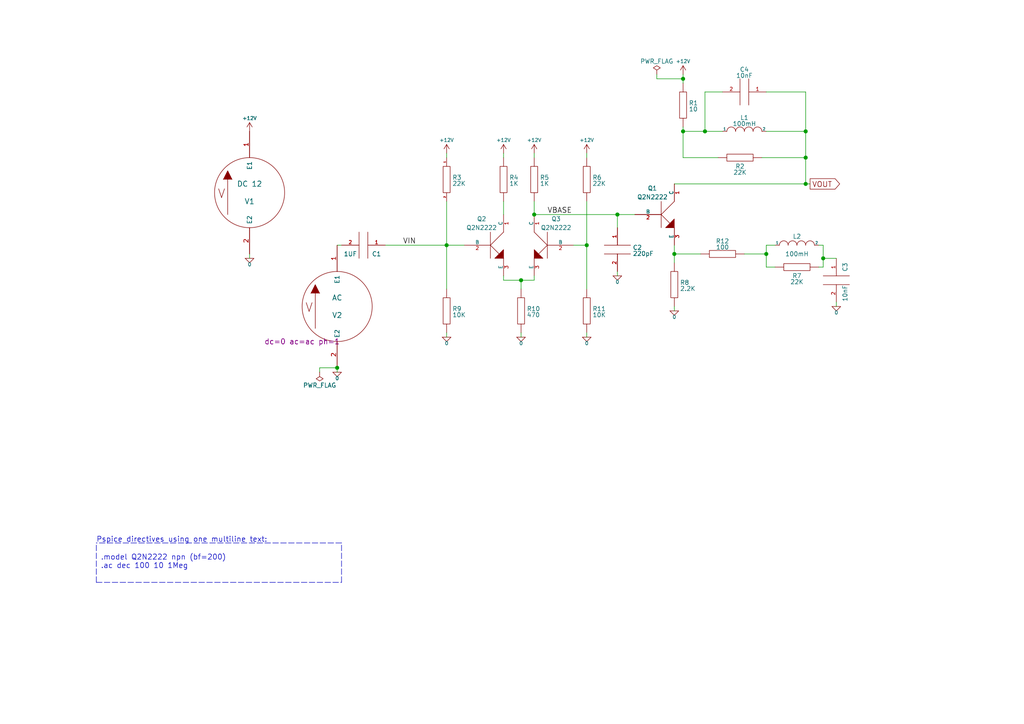
<source format=kicad_sch>
(kicad_sch (version 20220404) (generator eeschema)
  (paper "A4")
  (title_block (date "Sun 22 Mar 2015"))
  (lib_symbols
    (symbol "R_1" (pin_names (offset 0) hide)
      (property "Reference" "R" (at 2.032 0 90))
      (property "Value" "R_1" (at 0 0 90))
      (symbol "R_1_0_1"
        (rectangle (start -1.016 3.81) (end 1.016 -3.81))
      )
      (symbol "R_1_1_1"
        (pin passive line (at 0 6.35 270) (length 2.54) (name "1") (number "1"))
        (pin passive line (at 0 -6.35 90) (length 2.54) (name "2") (number "2"))
      )
    )
    (symbol "schematic_libspice:+12V" (power) (pin_names (offset 0))
      (property "Value" "+12V" (at 0 3.556 0))
      (symbol "+12V_0_1"
        (polyline (pts (xy -0.762 1.27) (xy 0 2.54)))
        (polyline (pts (xy 0 0) (xy 0 2.54)))
        (polyline (pts (xy 0 2.54) (xy 0.762 1.27)))
      )
      (symbol "+12V_1_1"
        (pin power_in line (at 0 0 90) (length 0) hide (name "+12V") (number "1"))
      )
    )
    (symbol "schematic_libspice:0" (power) (pin_names (offset 0))
      (property "Value" "0" (at 0 -1.778 0))
      (symbol "0_0_1"
        (polyline (pts (xy -1.27 0) (xy 0 -1.27) (xy 1.27 0) (xy -1.27 0)))
      )
      (symbol "0_1_1"
        (pin power_in line (at 0 0 0) (length 0) hide (name "0") (number "1"))
      )
    )
    (symbol "schematic_libspice:C" (pin_names (offset 0.254))
      (property "Reference" "C" (at 2.54 3.81 90))
      (property "Value" "C" (at 2.54 -3.81 90))
      (symbol "C_0_1"
        (polyline (pts (xy -3.81 -1.27) (xy 3.81 -1.27)))
        (polyline (pts (xy -3.81 1.27) (xy 3.81 1.27)))
      )
      (symbol "C_1_1"
        (pin passive line (at 0 6.35 270) (length 5.08) (name "~") (number "1"))
        (pin passive line (at 0 -6.35 90) (length 5.08) (name "~") (number "2"))
      )
    )
    (symbol "schematic_libspice:CAP" (pin_names (offset 0.254))
      (property "Reference" "C" (at 2.54 3.81 90))
      (property "Value" "CAP" (at 2.54 -3.81 90))
      (symbol "CAP_0_1"
        (polyline (pts (xy -3.81 -1.27) (xy 3.81 -1.27)))
        (polyline (pts (xy -3.81 1.27) (xy 3.81 1.27)))
      )
      (symbol "CAP_1_1"
        (pin passive line (at 0 6.35 270) (length 5.08) (name "~") (number "1"))
        (pin passive line (at 0 -6.35 90) (length 5.08) (name "~") (number "2"))
      )
    )
    (symbol "schematic_libspice:INDUCTOR" (pin_numbers hide) (pin_names (offset 0))
      (property "Reference" "L" (at 0 2.54 0))
      (property "Value" "INDUCTOR" (at 0 -1.27 0))
      (symbol "INDUCTOR_0_1"
        (arc (start -2.54 0) (mid -3.81 1.27) (end -5.08 0))
        (arc (start 0 0) (mid -1.27 1.27) (end -2.54 0))
        (arc (start 2.54 0) (mid 1.27 1.27) (end 0 0))
        (arc (start 5.08 0) (mid 3.81 1.27) (end 2.54 0))
      )
      (symbol "INDUCTOR_1_1"
        (pin input line (at -6.35 0 0) (length 1.27) (name "1") (number "1"))
        (pin input line (at 6.35 0 180) (length 1.27) (name "2") (number "2"))
      )
    )
    (symbol "schematic_libspice:PWR_FLAG" (power) (pin_numbers hide) (pin_names (offset 0) hide)
      (property "Value" "PWR_FLAG" (at 0 3.81 0))
      (symbol "PWR_FLAG_0_0"
        (pin power_out line (at 0 0 90) (length 0) (name "pwr") (number "1"))
      )
      (symbol "PWR_FLAG_0_1"
        (polyline (pts (xy 0 0) (xy 0 1.27) (xy -1.016 1.905) (xy 0 2.54) (xy 1.016 1.905) (xy 0 1.27)))
      )
    )
    (symbol "schematic_libspice:QNPN" (pin_names (offset 0))
      (property "Reference" "Q" (at -2.54 7.62 0))
      (property "Value" "QNPN" (at -2.54 5.08 0))
      (symbol "QNPN_0_0"
        (polyline (pts (xy 0 0) (xy 3.81 -3.81)))
        (polyline (pts (xy 3.81 -3.81) (xy 3.81 -1.27) (xy 1.27 -3.81) (xy 3.81 -3.81)) (fill (type outline)))
      )
      (symbol "QNPN_0_1"
        (polyline (pts (xy 0 -3.81) (xy 0 3.81)))
        (polyline (pts (xy 0 0) (xy 3.81 3.81)))
      )
      (symbol "QNPN_1_1"
        (pin passive line (at 3.81 8.89 270) (length 5.08) (name "C") (number "1"))
        (pin input line (at -7.62 0 0) (length 7.62) (name "B") (number "2"))
        (pin passive line (at 3.81 -8.89 90) (length 5.08) (name "E") (number "3"))
      )
    )
    (symbol "schematic_libspice:R" (pin_numbers hide) (pin_names (offset 0))
      (property "Reference" "R" (at 2.032 0 90))
      (property "Value" "R" (at 0 0 90))
      (symbol "R_0_1"
        (rectangle (start -1.016 3.81) (end 1.016 -3.81))
      )
      (symbol "R_1_1"
        (pin passive line (at 0 6.35 270) (length 2.54) (name "~") (number "1"))
        (pin passive line (at 0 -6.35 90) (length 2.54) (name "~") (number "2"))
      )
    )
    (symbol "schematic_libspice:VSOURCE" (pin_names (offset 1.016))
      (property "Reference" "V" (at 0 -2.54 0))
      (property "Value" "VSOURCE" (at 0 2.54 0))
      (symbol "VSOURCE_0_1"
        (polyline (pts (xy -6.35 -6.35) (xy -6.35 3.81)) (fill (type outline)))
        (polyline (pts (xy -7.62 3.81) (xy -6.35 6.35) (xy -5.08 3.81)) (fill (type outline)))
        (circle (center 0 0) (radius 10.16))
        (text "V" (at -8.128 -0.254 0) (effects (font (size 2.54 2.54))))
      )
      (symbol "VSOURCE_1_1"
        (pin input line (at 0 17.78 270) (length 7.62) (name "E1") (number "1"))
        (pin input line (at 0 -17.78 90) (length 7.62) (name "E2") (number "2"))
      )
    )
  )
  (junction (at 198.12 38.1) (diameter 1.016))
  (junction (at 154.94 62.23) (diameter 1.016))
  (junction (at 233.68 45.72) (diameter 1.016))
  (junction (at 170.18 71.12) (diameter 1.016))
  (junction (at 179.07 62.23) (diameter 1.016))
  (junction (at 151.13 81.28) (diameter 1.016))
  (junction (at 97.79 106.68) (diameter 1.016))
  (junction (at 195.58 73.66) (diameter 1.016))
  (junction (at 238.76 74.93) (diameter 1.016))
  (junction (at 198.12 22.86) (diameter 1.016))
  (junction (at 233.68 38.1) (diameter 1.016))
  (junction (at 233.68 53.34) (diameter 1.016))
  (junction (at 204.47 38.1) (diameter 1.016))
  (junction (at 129.54 71.12) (diameter 1.016))
  (junction (at 222.25 73.66) (diameter 1.016))
  (wire (pts (xy 72.39 73.66) (xy 72.39 74.93)))
  (wire (pts (xy 179.07 62.23) (xy 184.15 62.23)))
  (wire (pts (xy 222.25 71.12) (xy 222.25 73.66)))
  (wire (pts (xy 170.18 97.79) (xy 170.18 96.52)))
  (wire (pts (xy 198.12 21.59) (xy 198.12 22.86)))
  (wire (pts (xy 170.18 58.42) (xy 170.18 71.12)))
  (wire (pts (xy 203.2 73.66) (xy 195.58 73.66)))
  (wire (pts (xy 195.58 53.34) (xy 233.68 53.34)))
  (wire (pts (xy 129.54 96.52) (xy 129.54 97.79)))
  (wire (pts (xy 209.55 26.67) (xy 204.47 26.67)))
  (wire (pts (xy 198.12 38.1) (xy 204.47 38.1)))
  (wire (pts (xy 198.12 38.1) (xy 198.12 45.72)))
  (wire (pts (xy 233.68 38.1) (xy 233.68 45.72)))
  (wire (pts (xy 222.25 73.66) (xy 222.25 77.47)))
  (wire (pts (xy 238.76 77.47) (xy 237.49 77.47)))
  (polyline (pts (xy 99.06 168.91) (xy 99.06 157.48)) (stroke (width 0) (type dash)))
  (wire (pts (xy 97.79 106.68) (xy 97.79 107.95)))
  (wire (pts (xy 233.68 45.72) (xy 233.68 53.34)))
  (wire (pts (xy 97.79 106.68) (xy 92.71 106.68)))
  (wire (pts (xy 242.57 88.9) (xy 242.57 87.63)))
  (wire (pts (xy 154.94 44.45) (xy 154.94 45.72)))
  (wire (pts (xy 151.13 81.28) (xy 154.94 81.28)))
  (wire (pts (xy 146.05 81.28) (xy 151.13 81.28)))
  (wire (pts (xy 170.18 71.12) (xy 170.18 83.82)))
  (wire (pts (xy 215.9 73.66) (xy 222.25 73.66)))
  (wire (pts (xy 204.47 38.1) (xy 209.55 38.1)))
  (wire (pts (xy 195.58 90.17) (xy 195.58 88.9)))
  (wire (pts (xy 198.12 22.86) (xy 190.5 22.86)))
  (wire (pts (xy 154.94 81.28) (xy 154.94 80.01)))
  (wire (pts (xy 198.12 22.86) (xy 198.12 24.13)))
  (wire (pts (xy 222.25 26.67) (xy 233.68 26.67)))
  (wire (pts (xy 195.58 71.12) (xy 195.58 73.66)))
  (wire (pts (xy 99.06 71.12) (xy 97.79 71.12)))
  (wire (pts (xy 151.13 81.28) (xy 151.13 83.82)))
  (wire (pts (xy 222.25 77.47) (xy 224.79 77.47)))
  (wire (pts (xy 92.71 106.68) (xy 92.71 107.95)))
  (polyline (pts (xy 99.06 157.48) (xy 27.94 157.48)) (stroke (width 0) (type dash)))
  (wire (pts (xy 237.49 71.12) (xy 238.76 71.12)))
  (wire (pts (xy 129.54 71.12) (xy 129.54 83.82)))
  (wire (pts (xy 233.68 38.1) (xy 222.25 38.1)))
  (wire (pts (xy 190.5 22.86) (xy 190.5 21.59)))
  (wire (pts (xy 111.76 71.12) (xy 129.54 71.12)))
  (wire (pts (xy 195.58 73.66) (xy 195.58 76.2)))
  (wire (pts (xy 170.18 44.45) (xy 170.18 45.72)))
  (wire (pts (xy 151.13 96.52) (xy 151.13 97.79)))
  (wire (pts (xy 146.05 62.23) (xy 146.05 58.42)))
  (wire (pts (xy 238.76 71.12) (xy 238.76 74.93)))
  (polyline (pts (xy 27.94 168.91) (xy 99.06 168.91)) (stroke (width 0) (type dash)))
  (wire (pts (xy 233.68 45.72) (xy 220.98 45.72)))
  (wire (pts (xy 146.05 80.01) (xy 146.05 81.28)))
  (wire (pts (xy 179.07 66.04) (xy 179.07 62.23)))
  (wire (pts (xy 233.68 26.67) (xy 233.68 38.1)))
  (wire (pts (xy 204.47 26.67) (xy 204.47 38.1)))
  (wire (pts (xy 233.68 53.34) (xy 234.95 53.34)))
  (wire (pts (xy 154.94 62.23) (xy 154.94 58.42)))
  (polyline (pts (xy 27.94 168.91) (xy 27.94 157.48)) (stroke (width 0) (type dash)))
  (wire (pts (xy 198.12 45.72) (xy 208.28 45.72)))
  (wire (pts (xy 224.79 71.12) (xy 222.25 71.12)))
  (wire (pts (xy 179.07 80.01) (xy 179.07 78.74)))
  (wire (pts (xy 129.54 58.42) (xy 129.54 71.12)))
  (wire (pts (xy 146.05 44.45) (xy 146.05 45.72)))
  (wire (pts (xy 166.37 71.12) (xy 170.18 71.12)))
  (wire (pts (xy 198.12 36.83) (xy 198.12 38.1)))
  (wire (pts (xy 238.76 74.93) (xy 242.57 74.93)))
  (wire (pts (xy 154.94 62.23) (xy 179.07 62.23)))
  (wire (pts (xy 238.76 74.93) (xy 238.76 77.47)))
  (wire (pts (xy 129.54 71.12) (xy 134.62 71.12)))
  (wire (pts (xy 129.54 44.45) (xy 129.54 45.72)))
  (text "Pspice directives using one multiline text:" (at 27.94 157.48 0) (effects (font (size 1.524 1.524)) (justify left bottom)))
  (text ".model Q2N2222 npn (bf=200)\n.ac dec 100 10 1Meg\n" (at 29.21 165.1 0) (effects (font (size 1.524 1.524)) (justify left bottom)))
  (label "VBASE" (at 158.75 62.23 0) (effects (font (size 1.524 1.524))))
  (label "VIN" (at 116.84 71.12 0) (effects (font (size 1.524 1.524))))
  (global_label "VOUT" (shape output) (at 234.95 53.34 0) (effects (font (size 1.524 1.524))) (property "Intersheet References" "${INTERSHEET_REFS}" (effects hide)))
  (symbol (lib_id "schematic_libspice:QNPN") (at 142.24 71.12 0) (unit 1)
    (default_instance (reference "U") (unit 1) (value "") (footprint ""))
    (property "Reference" "Q2" (at 139.7 63.5 0))
    (property "Value" "Q2N2222" (at 139.7 66.04 0))
  )
  (symbol (lib_id "schematic_libspice:QNPN") (at 158.75 71.12 0) (mirror y) (unit 1)
    (default_instance (reference "U") (unit 1) (value "") (footprint ""))
    (property "Reference" "Q3" (at 161.29 63.5 0))
    (property "Value" "Q2N2222" (at 161.29 66.04 0))
  )
  (symbol (lib_id "schematic_libspice:R") (at 146.05 52.07 0) (unit 1)
    (default_instance (reference "U") (unit 1) (value "") (footprint ""))
    (property "Reference" "R4" (at 147.701 51.4755 0) (effects (justify left)))
    (property "Value" "1K" (at 147.701 53.2377 0) (effects (justify left)))
  )
  (symbol (lib_id "schematic_libspice:R") (at 154.94 52.07 0) (unit 1)
    (default_instance (reference "U") (unit 1) (value "") (footprint ""))
    (property "Reference" "R5" (at 156.591 51.4755 0) (effects (justify left)))
    (property "Value" "1K" (at 156.591 53.2377 0) (effects (justify left)))
  )
  (symbol (lib_id "schematic_libspice:R") (at 151.13 90.17 0) (unit 1)
    (default_instance (reference "U") (unit 1) (value "") (footprint ""))
    (property "Reference" "R10" (at 152.781 89.5755 0) (effects (justify left)))
    (property "Value" "470" (at 152.781 91.3377 0) (effects (justify left)))
  )
  (symbol (lib_id "schematic_libspice:0") (at 151.13 97.79 0) (unit 1)
    (default_instance (reference "U") (unit 1) (value "") (footprint ""))
    (property "Reference" "#GND06" (effects hide))
    (property "Value" "0" (at 151.13 99.568 0) (effects (font (size 1.016 1.016))))
  )
  (symbol (lib_id "schematic_libspice:R") (at 170.18 90.17 0) (unit 1)
    (default_instance (reference "U") (unit 1) (value "") (footprint ""))
    (property "Reference" "R11" (at 171.831 89.5755 0) (effects (justify left)))
    (property "Value" "10K" (at 171.831 91.3377 0) (effects (justify left)))
  )
  (symbol (lib_id "schematic_libspice:R") (at 170.18 52.07 0) (unit 1)
    (default_instance (reference "U") (unit 1) (value "") (footprint ""))
    (property "Reference" "R6" (at 171.831 51.4755 0) (effects (justify left)))
    (property "Value" "22K" (at 171.831 53.2377 0) (effects (justify left)))
  )
  (symbol (lib_name "R_1") (lib_id "schematic_libspice:R") (at 129.54 52.07 0) (unit 1)
    (default_instance (reference "U") (unit 1) (value "") (footprint ""))
    (property "Reference" "R3" (at 131.191 51.4755 0) (effects (justify left)))
    (property "Value" "22K" (at 131.191 53.2377 0) (effects (justify left)))
  )
  (symbol (lib_id "schematic_libspice:R") (at 129.54 90.17 0) (unit 1)
    (default_instance (reference "U") (unit 1) (value "") (footprint ""))
    (property "Reference" "R9" (at 131.191 89.5755 0) (effects (justify left)))
    (property "Value" "10K" (at 131.191 91.3377 0) (effects (justify left)))
  )
  (symbol (lib_id "schematic_libspice:0") (at 129.54 97.79 0) (unit 1)
    (default_instance (reference "U") (unit 1) (value "") (footprint ""))
    (property "Reference" "#GND05" (effects hide))
    (property "Value" "0" (at 129.54 99.568 0) (effects (font (size 1.016 1.016))))
  )
  (symbol (lib_id "schematic_libspice:0") (at 170.18 97.79 0) (unit 1)
    (default_instance (reference "U") (unit 1) (value "") (footprint ""))
    (property "Reference" "#GND07" (effects hide))
    (property "Value" "0" (at 170.18 99.568 0) (effects (font (size 1.016 1.016))))
  )
  (symbol (lib_id "schematic_libspice:+12V") (at 129.54 44.45 0) (unit 1)
    (default_instance (reference "U") (unit 1) (value "") (footprint ""))
    (property "Reference" "#+12V03" (effects hide))
    (property "Value" "+12V" (at 129.54 40.64 0) (effects (font (size 1.016 1.016))))
  )
  (symbol (lib_id "schematic_libspice:+12V") (at 146.05 44.45 0) (unit 1)
    (default_instance (reference "U") (unit 1) (value "") (footprint ""))
    (property "Reference" "#+12V04" (effects hide))
    (property "Value" "+12V" (at 146.05 40.64 0) (effects (font (size 1.016 1.016))))
  )
  (symbol (lib_id "schematic_libspice:+12V") (at 154.94 44.45 0) (unit 1)
    (default_instance (reference "U") (unit 1) (value "") (footprint ""))
    (property "Reference" "#+12V05" (effects hide))
    (property "Value" "+12V" (at 154.94 40.64 0) (effects (font (size 1.016 1.016))))
  )
  (symbol (lib_id "schematic_libspice:+12V") (at 170.18 44.45 0) (unit 1)
    (default_instance (reference "U") (unit 1) (value "") (footprint ""))
    (property "Reference" "#+12V06" (effects hide))
    (property "Value" "+12V" (at 170.18 40.64 0) (effects (font (size 1.016 1.016))))
  )
  (symbol (lib_id "schematic_libspice:VSOURCE") (at 72.39 55.88 0) (unit 1)
    (default_instance (reference "U") (unit 1) (value "") (footprint ""))
    (property "Reference" "V1" (at 72.39 58.42 0) (effects (font (size 1.524 1.524))))
    (property "Value" "DC 12" (at 72.39 53.34 0) (effects (font (size 1.524 1.524))))
  )
  (symbol (lib_id "schematic_libspice:0") (at 72.39 74.93 0) (unit 1)
    (default_instance (reference "U") (unit 1) (value "") (footprint ""))
    (property "Reference" "#GND01" (effects hide))
    (property "Value" "0" (at 72.39 76.708 0) (effects (font (size 1.016 1.016))))
  )
  (symbol (lib_id "schematic_libspice:+12V") (at 72.39 38.1 0) (unit 1)
    (default_instance (reference "U") (unit 1) (value "") (footprint ""))
    (property "Reference" "#+12V02" (effects hide))
    (property "Value" "+12V" (at 72.39 34.29 0) (effects (font (size 1.016 1.016))))
  )
  (symbol (lib_id "schematic_libspice:C") (at 105.41 71.12 270) (unit 1)
    (default_instance (reference "U") (unit 1) (value "") (footprint ""))
    (property "Reference" "C1" (at 109.22 73.66 90))
    (property "Value" "1UF" (at 101.6 73.66 90))
  )
  (symbol (lib_id "schematic_libspice:VSOURCE") (at 97.79 88.9 0) (unit 1)
    (default_instance (reference "U") (unit 1) (value "") (footprint ""))
    (property "Reference" "V2" (at 97.79 91.44 0) (effects (font (size 1.524 1.524))))
    (property "Value" "AC" (at 97.79 86.36 0) (effects (font (size 1.524 1.524))))
    (property "Spice_Primitive" "V" (effects hide))
    (property "Spice_Model" "dc 0 ac 1" (at 87.63 99.06 0) (effects (font (size 1.524 1.524))))
    (property "Spice_Netlist_Enabled" "Y" (effects hide))
  )
  (symbol (lib_id "schematic_libspice:0") (at 97.79 107.95 0) (unit 1)
    (default_instance (reference "U") (unit 1) (value "") (footprint ""))
    (property "Reference" "#GND08" (effects hide))
    (property "Value" "0" (at 97.79 109.728 0) (effects (font (size 1.016 1.016))))
  )
  (symbol (lib_id "schematic_libspice:QNPN") (at 191.77 62.23 0) (unit 1)
    (default_instance (reference "U") (unit 1) (value "") (footprint ""))
    (property "Reference" "Q1" (at 189.23 54.61 0))
    (property "Value" "Q2N2222" (at 189.23 57.15 0))
  )
  (symbol (lib_id "schematic_libspice:R") (at 195.58 82.55 0) (unit 1)
    (default_instance (reference "U") (unit 1) (value "") (footprint ""))
    (property "Reference" "R8" (at 197.231 81.9555 0) (effects (justify left)))
    (property "Value" "2.2K" (at 197.231 83.7177 0) (effects (justify left)))
  )
  (symbol (lib_id "schematic_libspice:+12V") (at 198.12 21.59 0) (unit 1)
    (default_instance (reference "U") (unit 1) (value "") (footprint ""))
    (property "Reference" "#+12V01" (effects hide))
    (property "Value" "+12V" (at 198.12 17.78 0) (effects (font (size 1.016 1.016))))
  )
  (symbol (lib_id "schematic_libspice:0") (at 195.58 90.17 0) (unit 1)
    (default_instance (reference "U") (unit 1) (value "") (footprint ""))
    (property "Reference" "#GND04" (effects hide))
    (property "Value" "0" (at 195.58 91.948 0) (effects (font (size 1.016 1.016))))
  )
  (symbol (lib_id "schematic_libspice:C") (at 179.07 72.39 0) (unit 1)
    (default_instance (reference "U") (unit 1) (value "") (footprint ""))
    (property "Reference" "C2" (at 183.515 71.7955 0) (effects (justify left)))
    (property "Value" "220pF" (at 183.515 73.5577 0) (effects (justify left)))
  )
  (symbol (lib_id "schematic_libspice:0") (at 179.07 80.01 0) (unit 1)
    (default_instance (reference "U") (unit 1) (value "") (footprint ""))
    (property "Reference" "#GND02" (effects hide))
    (property "Value" "0" (at 179.07 81.788 0) (effects (font (size 1.016 1.016))))
  )
  (symbol (lib_id "schematic_libspice:CAP") (at 242.57 81.28 0) (unit 1)
    (default_instance (reference "U") (unit 1) (value "") (footprint ""))
    (property "Reference" "C3" (at 245.11 77.47 90))
    (property "Value" "10nF" (at 245.11 85.09 90))
  )
  (symbol (lib_id "schematic_libspice:0") (at 242.57 88.9 0) (unit 1)
    (default_instance (reference "U") (unit 1) (value "") (footprint ""))
    (property "Reference" "#GND03" (effects hide))
    (property "Value" "0" (at 242.57 90.678 0) (effects (font (size 1.016 1.016))))
  )
  (symbol (lib_id "schematic_libspice:INDUCTOR") (at 215.9 38.1 0) (unit 1)
    (default_instance (reference "U") (unit 1) (value "") (footprint ""))
    (property "Reference" "L1" (at 215.9 34.1304 0))
    (property "Value" "100mH" (at 215.9 35.8926 0))
  )
  (symbol (lib_id "schematic_libspice:R") (at 198.12 30.48 0) (unit 1)
    (default_instance (reference "U") (unit 1) (value "") (footprint ""))
    (property "Reference" "R1" (at 199.771 29.8855 0) (effects (justify left)))
    (property "Value" "10" (at 199.771 31.6477 0) (effects (justify left)))
  )
  (symbol (lib_id "schematic_libspice:R") (at 214.63 45.72 270) (unit 1)
    (default_instance (reference "U") (unit 1) (value "") (footprint ""))
    (property "Reference" "R2" (at 214.63 48.2521 90))
    (property "Value" "22K" (at 214.63 50.0143 90))
  )
  (symbol (lib_id "schematic_libspice:R") (at 231.14 77.47 270) (unit 1)
    (default_instance (reference "U") (unit 1) (value "") (footprint ""))
    (property "Reference" "R7" (at 231.14 80.0021 90))
    (property "Value" "22K" (at 231.14 81.7643 90))
  )
  (symbol (lib_id "schematic_libspice:INDUCTOR") (at 231.14 71.12 0) (unit 1)
    (default_instance (reference "U") (unit 1) (value "") (footprint ""))
    (property "Reference" "L2" (at 231.14 68.58 0))
    (property "Value" "100mH" (at 231.14 73.66 0))
  )
  (symbol (lib_id "schematic_libspice:CAP") (at 215.9 26.67 270) (unit 1)
    (default_instance (reference "U") (unit 1) (value "") (footprint ""))
    (property "Reference" "C4" (at 215.9 20.1549 90))
    (property "Value" "10nF" (at 215.9 21.9171 90))
  )
  (symbol (lib_id "schematic_libspice:PWR_FLAG") (at 92.71 107.95 180) (unit 1)
    (default_instance (reference "U") (unit 1) (value "") (footprint ""))
    (property "Reference" "#FLG02" (effects hide))
    (property "Value" "PWR_FLAG" (at 92.71 111.76 0))
    (property "Spice_Netlist_Enabled" "N" (effects hide))
  )
  (symbol (lib_id "schematic_libspice:PWR_FLAG") (at 190.5 21.59 0) (unit 1)
    (default_instance (reference "U") (unit 1) (value "") (footprint ""))
    (property "Reference" "#FLG01" (effects hide))
    (property "Value" "PWR_FLAG" (at 190.5 17.78 0))
    (property "Spice_Netlist_Enabled" "N" (effects hide))
  )
  (symbol (lib_id "schematic_libspice:R") (at 209.55 73.66 270) (unit 1)
    (default_instance (reference "U") (unit 1) (value "") (footprint ""))
    (property "Reference" "R12" (at 209.55 69.9389 90))
    (property "Value" "100" (at 209.55 71.7011 90))
  )
)
</source>
